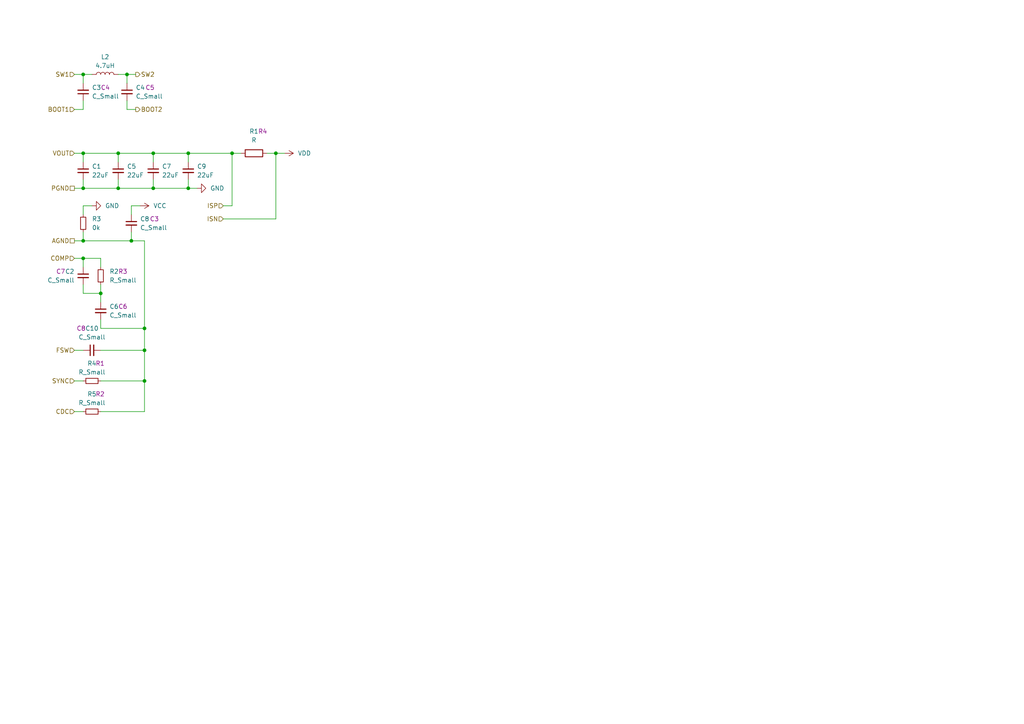
<source format=kicad_sch>
(kicad_sch (version 20231120) (generator "eeschema") (generator_version "8.0")
  (paper "A4")
  (lib_symbols
    (symbol "Device:C_Small" (pin_numbers hide) (pin_names (offset 0.254) hide)
      (property "Reference" "C" (at 0.254 1.778 0))
      (property "Value" "C_Small" (at 0.254 -2.032 0))
      (symbol "C_Small_0_1"
        (polyline (pts (xy -1.524 -0.508) (xy 1.524 -0.508)) (stroke (width 0.3302)))
        (polyline (pts (xy -1.524 0.508) (xy 1.524 0.508)) (stroke (width 0.3048)))
      )
      (symbol "C_Small_1_1"
        (pin passive line (at 0 2.54 270) (length 2.032) (name "~") (number "1"))
        (pin passive line (at 0 -2.54 90) (length 2.032) (name "~") (number "2"))
      )
    )
    (symbol "Device:L" (pin_numbers hide) (pin_names (offset 1.016) hide)
      (property "Reference" "L" (at -1.27 0 90))
      (property "Value" "L" (at 1.905 0 90))
      (symbol "L_0_1"
        (arc (start 0 -2.54) (mid 0.6323 -1.905) (end 0 -1.27))
        (arc (start 0 -1.27) (mid 0.6323 -0.635) (end 0 0))
        (arc (start 0 0) (mid 0.6323 0.635) (end 0 1.27))
        (arc (start 0 1.27) (mid 0.6323 1.905) (end 0 2.54))
      )
      (symbol "L_1_1"
        (pin passive line (at 0 3.81 270) (length 1.27) (name "1") (number "1"))
        (pin passive line (at 0 -3.81 90) (length 1.27) (name "2") (number "2"))
      )
    )
    (symbol "Device:R" (pin_numbers hide) (pin_names (offset 0))
      (property "Reference" "R" (at 2.032 0 90))
      (property "Value" "R" (at 0 0 90))
      (symbol "R_0_1"
        (rectangle (start -1.016 -2.54) (end 1.016 2.54) (stroke (width 0.254)))
      )
      (symbol "R_1_1"
        (pin passive line (at 0 3.81 270) (length 1.27) (name "~") (number "1"))
        (pin passive line (at 0 -3.81 90) (length 1.27) (name "~") (number "2"))
      )
    )
    (symbol "Device:R_Small" (pin_numbers hide) (pin_names (offset 0.254) hide)
      (property "Reference" "R" (at 0.762 0.508 0))
      (property "Value" "R_Small" (at 0.762 -1.016 0))
      (symbol "R_Small_0_1"
        (rectangle (start -0.762 1.778) (end 0.762 -1.778) (stroke (width 0.2032)))
      )
      (symbol "R_Small_1_1"
        (pin passive line (at 0 2.54 270) (length 0.762) (name "~") (number "1"))
        (pin passive line (at 0 -2.54 90) (length 0.762) (name "~") (number "2"))
      )
    )
    (symbol "power:GND" (power) (pin_numbers hide) (pin_names (offset 0) hide)
      (property "Value" "GND" (at 0 -3.81 0))
      (symbol "GND_0_1"
        (polyline (pts (xy 0 0) (xy 0 -1.27) (xy 1.27 -1.27) (xy 0 -2.54) (xy -1.27 -1.27) (xy 0 -1.27)))
      )
      (symbol "GND_1_1"
        (pin power_in line (at 0 0 270) (length 0) (name "~") (number "1"))
      )
    )
    (symbol "power:VCC" (power) (pin_numbers hide) (pin_names (offset 0) hide)
      (property "Value" "VCC" (at 0 3.556 0))
      (symbol "VCC_0_1"
        (polyline (pts (xy -0.762 1.27) (xy 0 2.54)))
        (polyline (pts (xy 0 0) (xy 0 2.54)))
        (polyline (pts (xy 0 2.54) (xy 0.762 1.27)))
      )
      (symbol "VCC_1_1"
        (pin power_in line (at 0 0 90) (length 0) (name "~") (number "1"))
      )
    )
    (symbol "power:VDD" (power) (pin_numbers hide) (pin_names (offset 0) hide)
      (property "Value" "VDD" (at 0 3.556 0))
      (symbol "VDD_0_1"
        (polyline (pts (xy -0.762 1.27) (xy 0 2.54)))
        (polyline (pts (xy 0 0) (xy 0 2.54)))
        (polyline (pts (xy 0 2.54) (xy 0.762 1.27)))
      )
      (symbol "VDD_1_1"
        (pin power_in line (at 0 0 90) (length 0) (name "~") (number "1"))
      )
    )
  )
  (junction (at 24.13 21.59))
  (junction (at 24.13 44.45))
  (junction (at 24.13 69.85))
  (junction (at 41.91 101.6))
  (junction (at 38.1 69.85))
  (junction (at 44.45 44.45))
  (junction (at 54.61 44.45))
  (junction (at 24.13 54.61))
  (junction (at 36.83 21.59))
  (junction (at 29.21 85.09))
  (junction (at 41.91 95.25))
  (junction (at 67.31 44.45))
  (junction (at 80.01 44.45))
  (junction (at 54.61 54.61))
  (junction (at 41.91 110.49))
  (junction (at 34.29 54.61))
  (junction (at 24.13 74.93))
  (junction (at 34.29 44.45))
  (junction (at 44.45 54.61))
  (wire (pts (xy 41.91 95.25) (xy 41.91 69.85)))
  (wire (pts (xy 34.29 46.99) (xy 34.29 44.45)))
  (wire (pts (xy 77.47 44.45) (xy 80.01 44.45)))
  (wire (pts (xy 21.59 21.59) (xy 24.13 21.59)))
  (wire (pts (xy 21.59 119.38) (xy 24.13 119.38)))
  (wire (pts (xy 24.13 52.07) (xy 24.13 54.61)))
  (wire (pts (xy 24.13 82.55) (xy 24.13 85.09)))
  (wire (pts (xy 54.61 46.99) (xy 54.61 44.45)))
  (wire (pts (xy 36.83 31.75) (xy 39.37 31.75)))
  (wire (pts (xy 24.13 29.21) (xy 24.13 31.75)))
  (wire (pts (xy 29.21 101.6) (xy 41.91 101.6)))
  (wire (pts (xy 44.45 52.07) (xy 44.45 54.61)))
  (wire (pts (xy 24.13 74.93) (xy 29.21 74.93)))
  (wire (pts (xy 24.13 21.59) (xy 26.67 21.59)))
  (wire (pts (xy 80.01 44.45) (xy 80.01 63.5)))
  (wire (pts (xy 64.77 63.5) (xy 80.01 63.5)))
  (wire (pts (xy 34.29 21.59) (xy 36.83 21.59)))
  (wire (pts (xy 38.1 67.31) (xy 38.1 69.85)))
  (wire (pts (xy 24.13 59.69) (xy 24.13 62.23)))
  (wire (pts (xy 24.13 54.61) (xy 34.29 54.61)))
  (wire (pts (xy 21.59 54.61) (xy 24.13 54.61)))
  (wire (pts (xy 80.01 44.45) (xy 82.55 44.45)))
  (wire (pts (xy 36.83 21.59) (xy 39.37 21.59)))
  (wire (pts (xy 36.83 29.21) (xy 36.83 31.75)))
  (wire (pts (xy 29.21 85.09) (xy 24.13 85.09)))
  (wire (pts (xy 67.31 44.45) (xy 69.85 44.45)))
  (wire (pts (xy 54.61 54.61) (xy 57.15 54.61)))
  (wire (pts (xy 54.61 44.45) (xy 67.31 44.45)))
  (wire (pts (xy 21.59 101.6) (xy 24.13 101.6)))
  (wire (pts (xy 29.21 95.25) (xy 41.91 95.25)))
  (wire (pts (xy 36.83 21.59) (xy 36.83 24.13)))
  (wire (pts (xy 67.31 44.45) (xy 67.31 59.69)))
  (wire (pts (xy 38.1 69.85) (xy 41.91 69.85)))
  (wire (pts (xy 41.91 95.25) (xy 41.91 101.6)))
  (wire (pts (xy 38.1 59.69) (xy 38.1 62.23)))
  (wire (pts (xy 24.13 74.93) (xy 24.13 77.47)))
  (wire (pts (xy 34.29 54.61) (xy 44.45 54.61)))
  (wire (pts (xy 41.91 110.49) (xy 41.91 119.38)))
  (wire (pts (xy 21.59 69.85) (xy 24.13 69.85)))
  (wire (pts (xy 24.13 69.85) (xy 38.1 69.85)))
  (wire (pts (xy 44.45 46.99) (xy 44.45 44.45)))
  (wire (pts (xy 29.21 92.71) (xy 29.21 95.25)))
  (wire (pts (xy 21.59 31.75) (xy 24.13 31.75)))
  (wire (pts (xy 24.13 21.59) (xy 24.13 24.13)))
  (wire (pts (xy 24.13 67.31) (xy 24.13 69.85)))
  (wire (pts (xy 44.45 54.61) (xy 54.61 54.61)))
  (wire (pts (xy 29.21 119.38) (xy 41.91 119.38)))
  (wire (pts (xy 21.59 110.49) (xy 24.13 110.49)))
  (wire (pts (xy 29.21 110.49) (xy 41.91 110.49)))
  (wire (pts (xy 41.91 101.6) (xy 41.91 110.49)))
  (wire (pts (xy 34.29 52.07) (xy 34.29 54.61)))
  (wire (pts (xy 24.13 44.45) (xy 34.29 44.45)))
  (wire (pts (xy 26.67 59.69) (xy 24.13 59.69)))
  (wire (pts (xy 44.45 44.45) (xy 54.61 44.45)))
  (wire (pts (xy 64.77 59.69) (xy 67.31 59.69)))
  (wire (pts (xy 40.64 59.69) (xy 38.1 59.69)))
  (wire (pts (xy 54.61 52.07) (xy 54.61 54.61)))
  (wire (pts (xy 29.21 87.63) (xy 29.21 85.09)))
  (wire (pts (xy 29.21 82.55) (xy 29.21 85.09)))
  (wire (pts (xy 24.13 46.99) (xy 24.13 44.45)))
  (wire (pts (xy 21.59 74.93) (xy 24.13 74.93)))
  (wire (pts (xy 34.29 44.45) (xy 44.45 44.45)))
  (wire (pts (xy 29.21 77.47) (xy 29.21 74.93)))
  (wire (pts (xy 21.59 44.45) (xy 24.13 44.45)))
  (hierarchical_label "VOUT" (shape input) (at 21.59 44.45 180))
  (hierarchical_label "SW2" (shape output) (at 39.37 21.59 0))
  (hierarchical_label "FSW" (shape input) (at 21.59 101.6 180))
  (hierarchical_label "PGND" (shape passive) (at 21.59 54.61 180))
  (hierarchical_label "SYNC" (shape input) (at 21.59 110.49 180))
  (hierarchical_label "CDC" (shape input) (at 21.59 119.38 180))
  (hierarchical_label "ISN" (shape input) (at 64.77 63.5 180))
  (hierarchical_label "SW1" (shape input) (at 21.59 21.59 180))
  (hierarchical_label "AGND" (shape passive) (at 21.59 69.85 180))
  (hierarchical_label "BOOT2" (shape output) (at 39.37 31.75 0))
  (hierarchical_label "BOOT1" (shape input) (at 21.59 31.75 180))
  (hierarchical_label "ISP" (shape input) (at 64.77 59.69 180))
  (hierarchical_label "COMP" (shape input) (at 21.59 74.93 180))
  (symbol (lib_id "Device:L") (at 30.48 21.59 90) (unit 1)
    (property "Reference" "L2" (at 30.48 16.51 90))
    (property "Value" "4.7uH" (at 30.48 19.05 90))
    (property "Footprint" "Inductor_SMD:L_0805_2012Metric" (effects (hide yes)))
    (property "Description" "Inductor" (effects (hide yes)))
  )
  (symbol (lib_id "power:VCC") (at 40.64 59.69 270) (unit 1)
    (property "Reference" "#PWR04" (effects (hide yes)))
    (property "Value" "VCC" (at 44.45 59.6899 90) (effects (justify left)))
    (property "Description" "Power symbol creates a global label with name \"VCC\"" (effects (hide yes)))
  )
  (symbol (lib_id "Device:R_Small") (at 29.21 80.01 0) (unit 1)
    (property "Reference" "R2" (at 31.75 78.7399 0) (effects (justify left)))
    (property "Value" "R_Small" (at 31.75 81.2799 0) (effects (justify left)))
    (property "Footprint" "Resistor_SMD:R_0805_2012Metric" (effects (hide yes)))
    (property "Description" "Resistor, small symbol" (effects (hide yes)))
    (property "App_Ref" "R3" (at 34.29 78.74 0) (effects (justify left)))
  )
  (symbol (lib_id "Device:C_Small") (at 38.1 64.77 0) (unit 1)
    (property "Reference" "C8" (at 40.64 63.5062 0) (effects (justify left)))
    (property "Value" "C_Small" (at 40.64 66.0462 0) (effects (justify left)))
    (property "Footprint" "Capacitor_SMD:C_0805_2012Metric" (effects (hide yes)))
    (property "Description" "Unpolarized capacitor, small symbol" (effects (hide yes)))
    (property "App_Ref" "C3" (at 43.434 63.5 0) (effects (justify left)))
  )
  (symbol (lib_id "Device:C_Small") (at 29.21 90.17 0) (unit 1)
    (property "Reference" "C6" (at 31.75 88.9062 0) (effects (justify left)))
    (property "Value" "C_Small" (at 31.75 91.4462 0) (effects (justify left)))
    (property "Footprint" "Capacitor_SMD:C_0805_2012Metric" (effects (hide yes)))
    (property "Description" "Unpolarized capacitor, small symbol" (effects (hide yes)))
    (property "App_Ref" "C6" (at 34.29 88.9 0) (effects (justify left)))
  )
  (symbol (lib_id "Device:C_Small") (at 54.61 49.53 0) (unit 1)
    (property "Reference" "C9" (at 57.15 48.2662 0) (effects (justify left)))
    (property "Value" "22uF" (at 57.15 50.8062 0) (effects (justify left)))
    (property "Footprint" "Capacitor_SMD:C_0805_2012Metric" (effects (hide yes)))
    (property "Description" "Unpolarized capacitor, small symbol" (effects (hide yes)))
  )
  (symbol (lib_id "Device:C_Small") (at 26.67 101.6 90) (unit 1)
    (property "Reference" "C10" (at 26.6763 95.25 90))
    (property "Value" "C_Small" (at 26.6763 97.79 90))
    (property "Footprint" "Capacitor_SMD:C_0805_2012Metric" (effects (hide yes)))
    (property "Description" "Unpolarized capacitor, small symbol" (effects (hide yes)))
    (property "App_Ref" "C8" (at 24.892 95.25 90) (effects (justify left)))
  )
  (symbol (lib_id "power:VDD") (at 82.55 44.45 270) (unit 1)
    (property "Reference" "#PWR01" (effects (hide yes)))
    (property "Value" "VDD" (at 86.36 44.4499 90) (effects (justify left)))
    (property "Description" "Power symbol creates a global label with name \"VDD\"" (effects (hide yes)))
  )
  (symbol (lib_id "Device:R_Small") (at 26.67 119.38 90) (unit 1)
    (property "Reference" "R5" (at 26.67 114.3 90))
    (property "Value" "R_Small" (at 26.67 116.84 90))
    (property "Footprint" "Resistor_SMD:R_0805_2012Metric" (effects (hide yes)))
    (property "Description" "Resistor, small symbol" (effects (hide yes)))
    (property "App_Ref" "R2" (at 27.686 114.3 90) (effects (justify right)))
  )
  (symbol (lib_id "Device:C_Small") (at 44.45 49.53 0) (unit 1)
    (property "Reference" "C7" (at 46.99 48.2662 0) (effects (justify left)))
    (property "Value" "22uF" (at 46.99 50.8062 0) (effects (justify left)))
    (property "Footprint" "Capacitor_SMD:C_0805_2012Metric" (effects (hide yes)))
    (property "Description" "Unpolarized capacitor, small symbol" (effects (hide yes)))
  )
  (symbol (lib_id "Device:C_Small") (at 36.83 26.67 0) (unit 1)
    (property "Reference" "C4" (at 39.37 25.4062 0) (effects (justify left)))
    (property "Value" "C_Small" (at 39.37 27.9462 0) (effects (justify left)))
    (property "Footprint" "Capacitor_SMD:C_0805_2012Metric" (effects (hide yes)))
    (property "Description" "Unpolarized capacitor, small symbol" (effects (hide yes)))
    (property "App_Ref" "C5" (at 42.164 25.4 0) (effects (justify left)))
  )
  (symbol (lib_id "power:GND") (at 57.15 54.61 90) (unit 1)
    (property "Reference" "#PWR03" (effects (hide yes)))
    (property "Value" "GND" (at 60.96 54.6099 90) (effects (justify right)))
    (property "Description" "Power symbol creates a global label with name \"GND\" , ground" (effects (hide yes)))
  )
  (symbol (lib_id "power:GND") (at 26.67 59.69 90) (unit 1)
    (property "Reference" "#PWR02" (effects (hide yes)))
    (property "Value" "GND" (at 30.48 59.6899 90) (effects (justify right)))
    (property "Description" "Power symbol creates a global label with name \"GND\" , ground" (effects (hide yes)))
  )
  (symbol (lib_id "Device:C_Small") (at 34.29 49.53 0) (unit 1)
    (property "Reference" "C5" (at 36.83 48.2662 0) (effects (justify left)))
    (property "Value" "22uF" (at 36.83 50.8062 0) (effects (justify left)))
    (property "Footprint" "Capacitor_SMD:C_0805_2012Metric" (effects (hide yes)))
    (property "Description" "Unpolarized capacitor, small symbol" (effects (hide yes)))
  )
  (symbol (lib_id "Device:R_Small") (at 24.13 64.77 180) (unit 1)
    (property "Reference" "R3" (at 26.67 63.4999 0) (effects (justify right)))
    (property "Value" "0k" (at 26.67 66.0399 0) (effects (justify right)))
    (property "Footprint" "Resistor_SMD:R_0805_2012Metric" (effects (hide yes)))
    (property "Description" "Resistor, small symbol" (effects (hide yes)))
  )
  (symbol (lib_id "Device:C_Small") (at 24.13 26.67 180) (unit 1)
    (property "Reference" "C3" (at 26.67 25.3935 0) (effects (justify right)))
    (property "Value" "C_Small" (at 26.67 27.9335 0) (effects (justify right)))
    (property "Footprint" "Capacitor_SMD:C_0805_2012Metric" (effects (hide yes)))
    (property "Description" "Unpolarized capacitor, small symbol" (effects (hide yes)))
    (property "App_Ref" "C4" (at 29.21 25.4 0) (effects (justify right)))
  )
  (symbol (lib_id "Device:C_Small") (at 24.13 80.01 0) (mirror y) (unit 1)
    (property "Reference" "C2" (at 21.59 78.7462 0) (effects (justify left)))
    (property "Value" "C_Small" (at 21.59 81.2862 0) (effects (justify left)))
    (property "Footprint" "Capacitor_SMD:C_0805_2012Metric" (effects (hide yes)))
    (property "Description" "Unpolarized capacitor, small symbol" (effects (hide yes)))
    (property "App_Ref" "C7" (at 16.256 78.74 0) (effects (justify right)))
  )
  (symbol (lib_id "Device:C_Small") (at 24.13 49.53 0) (unit 1)
    (property "Reference" "C1" (at 26.67 48.2662 0) (effects (justify left)))
    (property "Value" "22uF" (at 26.67 50.8062 0) (effects (justify left)))
    (property "Footprint" "Capacitor_SMD:C_0805_2012Metric" (effects (hide yes)))
    (property "Description" "Unpolarized capacitor, small symbol" (effects (hide yes)))
  )
  (symbol (lib_id "Device:R_Small") (at 26.67 110.49 90) (unit 1)
    (property "Reference" "R4" (at 26.67 105.41 90))
    (property "Value" "R_Small" (at 26.67 107.95 90))
    (property "Footprint" "Resistor_SMD:R_0805_2012Metric" (effects (hide yes)))
    (property "Description" "Resistor, small symbol" (effects (hide yes)))
    (property "App_Ref" "R1" (at 27.686 105.41 90) (effects (justify right)))
  )
  (symbol (lib_id "Device:R") (at 73.66 44.45 90) (unit 1)
    (property "Reference" "R1" (at 73.66 38.1 90))
    (property "Value" "R" (at 73.66 40.64 90))
    (property "Footprint" "Resistor_SMD:R_0805_2012Metric" (effects (hide yes)))
    (property "Description" "Resistor" (effects (hide yes)))
    (property "App_Ref" "R4" (at 76.2 38.1 90))
  )
)
</source>
